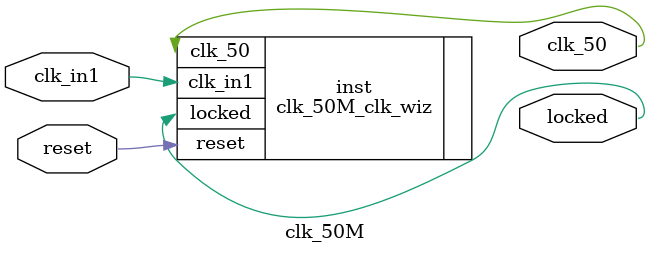
<source format=v>


`timescale 1ps/1ps

(* CORE_GENERATION_INFO = "clk_50M,clk_wiz_v6_0_4_0_0,{component_name=clk_50M,use_phase_alignment=true,use_min_o_jitter=false,use_max_i_jitter=false,use_dyn_phase_shift=false,use_inclk_switchover=false,use_dyn_reconfig=false,enable_axi=0,feedback_source=FDBK_AUTO,PRIMITIVE=MMCM,num_out_clk=1,clkin1_period=10.000,clkin2_period=10.000,use_power_down=false,use_reset=true,use_locked=true,use_inclk_stopped=false,feedback_type=SINGLE,CLOCK_MGR_TYPE=NA,manual_override=false}" *)

module clk_50M 
 (
  // Clock out ports
  output        clk_50,
  // Status and control signals
  input         reset,
  output        locked,
 // Clock in ports
  input         clk_in1
 );

  clk_50M_clk_wiz inst
  (
  // Clock out ports  
  .clk_50(clk_50),
  // Status and control signals               
  .reset(reset), 
  .locked(locked),
 // Clock in ports
  .clk_in1(clk_in1)
  );

endmodule

</source>
